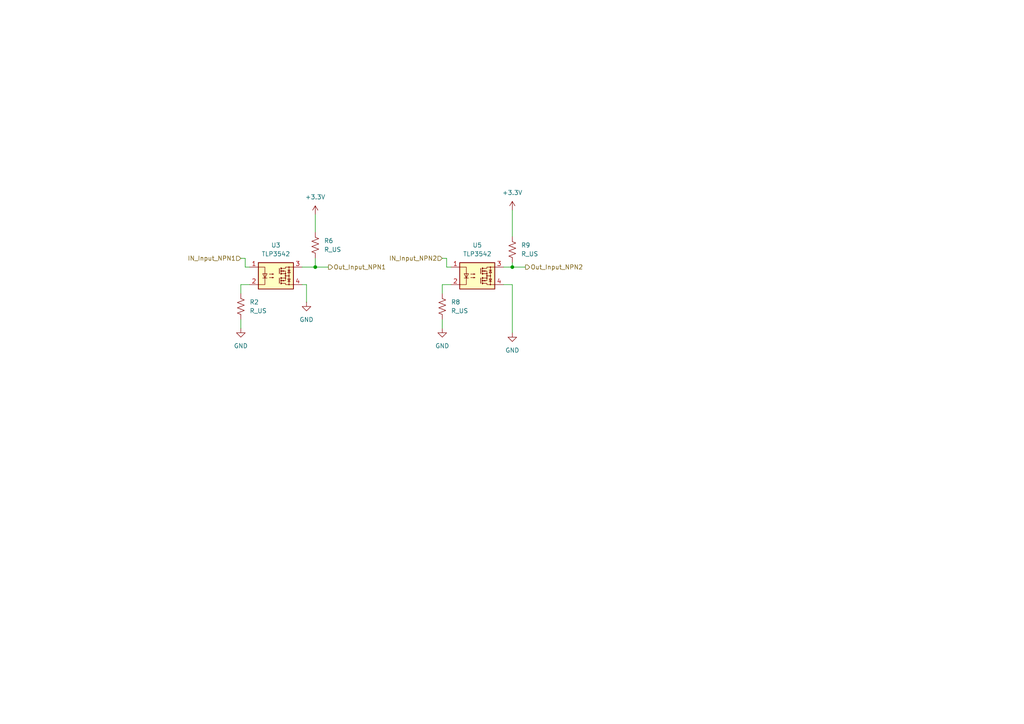
<source format=kicad_sch>
(kicad_sch
	(version 20250114)
	(generator "eeschema")
	(generator_version "9.0")
	(uuid "bb2dc4b7-d94f-44c4-99c4-95bd83d41661")
	(paper "A4")
	(lib_symbols
		(symbol "Device:R_US"
			(pin_numbers
				(hide yes)
			)
			(pin_names
				(offset 0)
			)
			(exclude_from_sim no)
			(in_bom yes)
			(on_board yes)
			(property "Reference" "R"
				(at 2.54 0 90)
				(effects
					(font
						(size 1.27 1.27)
					)
				)
			)
			(property "Value" "R_US"
				(at -2.54 0 90)
				(effects
					(font
						(size 1.27 1.27)
					)
				)
			)
			(property "Footprint" ""
				(at 1.016 -0.254 90)
				(effects
					(font
						(size 1.27 1.27)
					)
					(hide yes)
				)
			)
			(property "Datasheet" "~"
				(at 0 0 0)
				(effects
					(font
						(size 1.27 1.27)
					)
					(hide yes)
				)
			)
			(property "Description" "Resistor, US symbol"
				(at 0 0 0)
				(effects
					(font
						(size 1.27 1.27)
					)
					(hide yes)
				)
			)
			(property "ki_keywords" "R res resistor"
				(at 0 0 0)
				(effects
					(font
						(size 1.27 1.27)
					)
					(hide yes)
				)
			)
			(property "ki_fp_filters" "R_*"
				(at 0 0 0)
				(effects
					(font
						(size 1.27 1.27)
					)
					(hide yes)
				)
			)
			(symbol "R_US_0_1"
				(polyline
					(pts
						(xy 0 2.286) (xy 0 2.54)
					)
					(stroke
						(width 0)
						(type default)
					)
					(fill
						(type none)
					)
				)
				(polyline
					(pts
						(xy 0 2.286) (xy 1.016 1.905) (xy 0 1.524) (xy -1.016 1.143) (xy 0 0.762)
					)
					(stroke
						(width 0)
						(type default)
					)
					(fill
						(type none)
					)
				)
				(polyline
					(pts
						(xy 0 0.762) (xy 1.016 0.381) (xy 0 0) (xy -1.016 -0.381) (xy 0 -0.762)
					)
					(stroke
						(width 0)
						(type default)
					)
					(fill
						(type none)
					)
				)
				(polyline
					(pts
						(xy 0 -0.762) (xy 1.016 -1.143) (xy 0 -1.524) (xy -1.016 -1.905) (xy 0 -2.286)
					)
					(stroke
						(width 0)
						(type default)
					)
					(fill
						(type none)
					)
				)
				(polyline
					(pts
						(xy 0 -2.286) (xy 0 -2.54)
					)
					(stroke
						(width 0)
						(type default)
					)
					(fill
						(type none)
					)
				)
			)
			(symbol "R_US_1_1"
				(pin passive line
					(at 0 3.81 270)
					(length 1.27)
					(name "~"
						(effects
							(font
								(size 1.27 1.27)
							)
						)
					)
					(number "1"
						(effects
							(font
								(size 1.27 1.27)
							)
						)
					)
				)
				(pin passive line
					(at 0 -3.81 90)
					(length 1.27)
					(name "~"
						(effects
							(font
								(size 1.27 1.27)
							)
						)
					)
					(number "2"
						(effects
							(font
								(size 1.27 1.27)
							)
						)
					)
				)
			)
			(embedded_fonts no)
		)
		(symbol "TLP3542_1"
			(exclude_from_sim no)
			(in_bom yes)
			(on_board yes)
			(property "Reference" "U3"
				(at 0 8.89 0)
				(effects
					(font
						(size 1.27 1.27)
					)
				)
			)
			(property "Value" "TLP3542"
				(at 0 6.35 0)
				(effects
					(font
						(size 1.27 1.27)
					)
				)
			)
			(property "Footprint" "Package_SO:SOP-4_3.8x4.1mm_P2.54mm"
				(at 0 -7.62 0)
				(effects
					(font
						(size 1.27 1.27)
					)
					(hide yes)
				)
			)
			(property "Datasheet" "https://toshiba.semicon-storage.com/info/docget.jsp?did=1284&prodName=TLP3542"
				(at 0 0 0)
				(effects
					(font
						(size 1.27 1.27)
					)
					(hide yes)
				)
			)
			(property "Description" "Photo MOSFET optically coupled, ON 4A, 50mohm, OFF state 20V, Isolation 2500 VRMS, DIP-5-6"
				(at 0 0 0)
				(effects
					(font
						(size 1.27 1.27)
					)
					(hide yes)
				)
			)
			(property "ki_keywords" "photocouplers photorelay solidstate relay normally opened (1-Form-A)"
				(at 0 0 0)
				(effects
					(font
						(size 1.27 1.27)
					)
					(hide yes)
				)
			)
			(property "ki_fp_filters" "DIP*W7.62mm*"
				(at 0 0 0)
				(effects
					(font
						(size 1.27 1.27)
					)
					(hide yes)
				)
			)
			(symbol "TLP3542_1_0_1"
				(rectangle
					(start -5.08 3.81)
					(end 5.08 -3.81)
					(stroke
						(width 0.254)
						(type default)
					)
					(fill
						(type background)
					)
				)
				(polyline
					(pts
						(xy -5.08 2.54) (xy -3.175 2.54) (xy -3.175 -2.54) (xy -5.08 -2.54)
					)
					(stroke
						(width 0)
						(type default)
					)
					(fill
						(type none)
					)
				)
				(polyline
					(pts
						(xy -3.81 -0.635) (xy -2.54 -0.635)
					)
					(stroke
						(width 0)
						(type default)
					)
					(fill
						(type none)
					)
				)
				(polyline
					(pts
						(xy -3.175 -0.635) (xy -3.81 0.635) (xy -2.54 0.635) (xy -3.175 -0.635)
					)
					(stroke
						(width 0)
						(type default)
					)
					(fill
						(type none)
					)
				)
				(polyline
					(pts
						(xy -1.905 0.508) (xy -0.635 0.508) (xy -1.016 0.381) (xy -1.016 0.635) (xy -0.635 0.508)
					)
					(stroke
						(width 0)
						(type default)
					)
					(fill
						(type none)
					)
				)
				(polyline
					(pts
						(xy -1.905 -0.508) (xy -0.635 -0.508) (xy -1.016 -0.635) (xy -1.016 -0.381) (xy -0.635 -0.508)
					)
					(stroke
						(width 0)
						(type default)
					)
					(fill
						(type none)
					)
				)
				(polyline
					(pts
						(xy 1.016 2.159) (xy 1.016 0.635)
					)
					(stroke
						(width 0.2032)
						(type default)
					)
					(fill
						(type none)
					)
				)
				(polyline
					(pts
						(xy 1.016 -0.635) (xy 1.016 -2.159)
					)
					(stroke
						(width 0.2032)
						(type default)
					)
					(fill
						(type none)
					)
				)
				(polyline
					(pts
						(xy 1.524 2.286) (xy 1.524 2.032) (xy 1.524 2.032)
					)
					(stroke
						(width 0.3556)
						(type default)
					)
					(fill
						(type none)
					)
				)
				(polyline
					(pts
						(xy 1.524 1.524) (xy 1.524 1.27) (xy 1.524 1.27)
					)
					(stroke
						(width 0.3556)
						(type default)
					)
					(fill
						(type none)
					)
				)
				(polyline
					(pts
						(xy 1.524 0.762) (xy 1.524 0.508) (xy 1.524 0.508)
					)
					(stroke
						(width 0.3556)
						(type default)
					)
					(fill
						(type none)
					)
				)
				(polyline
					(pts
						(xy 1.524 -0.508) (xy 1.524 -0.762)
					)
					(stroke
						(width 0.3556)
						(type default)
					)
					(fill
						(type none)
					)
				)
				(polyline
					(pts
						(xy 1.524 -1.27) (xy 1.524 -1.524) (xy 1.524 -1.524)
					)
					(stroke
						(width 0.3556)
						(type default)
					)
					(fill
						(type none)
					)
				)
				(polyline
					(pts
						(xy 1.524 -2.032) (xy 1.524 -2.286) (xy 1.524 -2.286)
					)
					(stroke
						(width 0.3556)
						(type default)
					)
					(fill
						(type none)
					)
				)
				(polyline
					(pts
						(xy 1.651 2.159) (xy 2.794 2.159) (xy 2.794 2.54) (xy 5.08 2.54)
					)
					(stroke
						(width 0)
						(type default)
					)
					(fill
						(type none)
					)
				)
				(polyline
					(pts
						(xy 1.651 1.397) (xy 2.794 1.397) (xy 2.794 0.635)
					)
					(stroke
						(width 0)
						(type default)
					)
					(fill
						(type none)
					)
				)
				(polyline
					(pts
						(xy 1.651 -0.635) (xy 2.794 -0.635) (xy 2.794 0.635) (xy 1.651 0.635)
					)
					(stroke
						(width 0)
						(type default)
					)
					(fill
						(type none)
					)
				)
				(polyline
					(pts
						(xy 1.651 -1.397) (xy 2.794 -1.397) (xy 2.794 -0.635)
					)
					(stroke
						(width 0)
						(type default)
					)
					(fill
						(type none)
					)
				)
				(polyline
					(pts
						(xy 1.651 -2.159) (xy 2.794 -2.159) (xy 2.794 -2.54) (xy 5.08 -2.54)
					)
					(stroke
						(width 0)
						(type default)
					)
					(fill
						(type none)
					)
				)
				(polyline
					(pts
						(xy 1.778 1.397) (xy 2.286 1.524) (xy 2.286 1.27) (xy 1.778 1.397)
					)
					(stroke
						(width 0)
						(type default)
					)
					(fill
						(type none)
					)
				)
				(polyline
					(pts
						(xy 1.778 -1.397) (xy 2.286 -1.27) (xy 2.286 -1.524) (xy 1.778 -1.397)
					)
					(stroke
						(width 0)
						(type default)
					)
					(fill
						(type none)
					)
				)
				(circle
					(center 2.794 0.635)
					(radius 0.127)
					(stroke
						(width 0)
						(type default)
					)
					(fill
						(type none)
					)
				)
				(polyline
					(pts
						(xy 2.794 0) (xy 3.81 0)
					)
					(stroke
						(width 0)
						(type default)
					)
					(fill
						(type none)
					)
				)
				(circle
					(center 2.794 0)
					(radius 0.127)
					(stroke
						(width 0)
						(type default)
					)
					(fill
						(type none)
					)
				)
				(circle
					(center 2.794 -0.635)
					(radius 0.127)
					(stroke
						(width 0)
						(type default)
					)
					(fill
						(type none)
					)
				)
				(polyline
					(pts
						(xy 3.429 1.651) (xy 4.191 1.651)
					)
					(stroke
						(width 0)
						(type default)
					)
					(fill
						(type none)
					)
				)
				(polyline
					(pts
						(xy 3.429 -1.651) (xy 4.191 -1.651)
					)
					(stroke
						(width 0)
						(type default)
					)
					(fill
						(type none)
					)
				)
				(circle
					(center 3.81 2.54)
					(radius 0.127)
					(stroke
						(width 0)
						(type default)
					)
					(fill
						(type none)
					)
				)
				(polyline
					(pts
						(xy 3.81 1.651) (xy 3.429 0.889) (xy 4.191 0.889) (xy 3.81 1.651)
					)
					(stroke
						(width 0)
						(type default)
					)
					(fill
						(type none)
					)
				)
				(circle
					(center 3.81 0)
					(radius 0.127)
					(stroke
						(width 0)
						(type default)
					)
					(fill
						(type none)
					)
				)
				(polyline
					(pts
						(xy 3.81 -1.651) (xy 3.429 -0.889) (xy 4.191 -0.889) (xy 3.81 -1.651)
					)
					(stroke
						(width 0)
						(type default)
					)
					(fill
						(type none)
					)
				)
				(polyline
					(pts
						(xy 3.81 -2.54) (xy 3.81 2.54)
					)
					(stroke
						(width 0)
						(type default)
					)
					(fill
						(type none)
					)
				)
				(circle
					(center 3.81 -2.54)
					(radius 0.127)
					(stroke
						(width 0)
						(type default)
					)
					(fill
						(type none)
					)
				)
			)
			(symbol "TLP3542_1_1_1"
				(pin passive line
					(at -7.62 2.54 0)
					(length 2.54)
					(name "~"
						(effects
							(font
								(size 1.27 1.27)
							)
						)
					)
					(number "1"
						(effects
							(font
								(size 1.27 1.27)
							)
						)
					)
				)
				(pin passive line
					(at -7.62 -2.54 0)
					(length 2.54)
					(name "~"
						(effects
							(font
								(size 1.27 1.27)
							)
						)
					)
					(number "2"
						(effects
							(font
								(size 1.27 1.27)
							)
						)
					)
				)
				(pin no_connect line
					(at -5.08 0 0)
					(length 2.54)
					(hide yes)
					(name "~"
						(effects
							(font
								(size 1.27 1.27)
							)
						)
					)
					(number "3"
						(effects
							(font
								(size 1.27 1.27)
							)
						)
					)
				)
				(pin passive line
					(at 7.62 2.54 180)
					(length 2.54)
					(name "~"
						(effects
							(font
								(size 1.27 1.27)
							)
						)
					)
					(number "3"
						(effects
							(font
								(size 1.27 1.27)
							)
						)
					)
				)
				(pin passive line
					(at 7.62 -2.54 180)
					(length 2.54)
					(name "~"
						(effects
							(font
								(size 1.27 1.27)
							)
						)
					)
					(number "4"
						(effects
							(font
								(size 1.27 1.27)
							)
						)
					)
				)
			)
			(embedded_fonts no)
		)
		(symbol "TLP3542_2"
			(exclude_from_sim no)
			(in_bom yes)
			(on_board yes)
			(property "Reference" "U3"
				(at 0 8.89 0)
				(effects
					(font
						(size 1.27 1.27)
					)
				)
			)
			(property "Value" "TLP3542"
				(at 0 6.35 0)
				(effects
					(font
						(size 1.27 1.27)
					)
				)
			)
			(property "Footprint" "Package_SO:SOP-4_3.8x4.1mm_P2.54mm"
				(at 0 -7.62 0)
				(effects
					(font
						(size 1.27 1.27)
					)
					(hide yes)
				)
			)
			(property "Datasheet" "https://toshiba.semicon-storage.com/info/docget.jsp?did=1284&prodName=TLP3542"
				(at 0 0 0)
				(effects
					(font
						(size 1.27 1.27)
					)
					(hide yes)
				)
			)
			(property "Description" "Photo MOSFET optically coupled, ON 4A, 50mohm, OFF state 20V, Isolation 2500 VRMS, DIP-5-6"
				(at 0 0 0)
				(effects
					(font
						(size 1.27 1.27)
					)
					(hide yes)
				)
			)
			(property "ki_keywords" "photocouplers photorelay solidstate relay normally opened (1-Form-A)"
				(at 0 0 0)
				(effects
					(font
						(size 1.27 1.27)
					)
					(hide yes)
				)
			)
			(property "ki_fp_filters" "DIP*W7.62mm*"
				(at 0 0 0)
				(effects
					(font
						(size 1.27 1.27)
					)
					(hide yes)
				)
			)
			(symbol "TLP3542_2_0_1"
				(rectangle
					(start -5.08 3.81)
					(end 5.08 -3.81)
					(stroke
						(width 0.254)
						(type default)
					)
					(fill
						(type background)
					)
				)
				(polyline
					(pts
						(xy -5.08 2.54) (xy -3.175 2.54) (xy -3.175 -2.54) (xy -5.08 -2.54)
					)
					(stroke
						(width 0)
						(type default)
					)
					(fill
						(type none)
					)
				)
				(polyline
					(pts
						(xy -3.81 -0.635) (xy -2.54 -0.635)
					)
					(stroke
						(width 0)
						(type default)
					)
					(fill
						(type none)
					)
				)
				(polyline
					(pts
						(xy -3.175 -0.635) (xy -3.81 0.635) (xy -2.54 0.635) (xy -3.175 -0.635)
					)
					(stroke
						(width 0)
						(type default)
					)
					(fill
						(type none)
					)
				)
				(polyline
					(pts
						(xy -1.905 0.508) (xy -0.635 0.508) (xy -1.016 0.381) (xy -1.016 0.635) (xy -0.635 0.508)
					)
					(stroke
						(width 0)
						(type default)
					)
					(fill
						(type none)
					)
				)
				(polyline
					(pts
						(xy -1.905 -0.508) (xy -0.635 -0.508) (xy -1.016 -0.635) (xy -1.016 -0.381) (xy -0.635 -0.508)
					)
					(stroke
						(width 0)
						(type default)
					)
					(fill
						(type none)
					)
				)
				(polyline
					(pts
						(xy 1.016 2.159) (xy 1.016 0.635)
					)
					(stroke
						(width 0.2032)
						(type default)
					)
					(fill
						(type none)
					)
				)
				(polyline
					(pts
						(xy 1.016 -0.635) (xy 1.016 -2.159)
					)
					(stroke
						(width 0.2032)
						(type default)
					)
					(fill
						(type none)
					)
				)
				(polyline
					(pts
						(xy 1.524 2.286) (xy 1.524 2.032) (xy 1.524 2.032)
					)
					(stroke
						(width 0.3556)
						(type default)
					)
					(fill
						(type none)
					)
				)
				(polyline
					(pts
						(xy 1.524 1.524) (xy 1.524 1.27) (xy 1.524 1.27)
					)
					(stroke
						(width 0.3556)
						(type default)
					)
					(fill
						(type none)
					)
				)
				(polyline
					(pts
						(xy 1.524 0.762) (xy 1.524 0.508) (xy 1.524 0.508)
					)
					(stroke
						(width 0.3556)
						(type default)
					)
					(fill
						(type none)
					)
				)
				(polyline
					(pts
						(xy 1.524 -0.508) (xy 1.524 -0.762)
					)
					(stroke
						(width 0.3556)
						(type default)
					)
					(fill
						(type none)
					)
				)
				(polyline
					(pts
						(xy 1.524 -1.27) (xy 1.524 -1.524) (xy 1.524 -1.524)
					)
					(stroke
						(width 0.3556)
						(type default)
					)
					(fill
						(type none)
					)
				)
				(polyline
					(pts
						(xy 1.524 -2.032) (xy 1.524 -2.286) (xy 1.524 -2.286)
					)
					(stroke
						(width 0.3556)
						(type default)
					)
					(fill
						(type none)
					)
				)
				(polyline
					(pts
						(xy 1.651 2.159) (xy 2.794 2.159) (xy 2.794 2.54) (xy 5.08 2.54)
					)
					(stroke
						(width 0)
						(type default)
					)
					(fill
						(type none)
					)
				)
				(polyline
					(pts
						(xy 1.651 1.397) (xy 2.794 1.397) (xy 2.794 0.635)
					)
					(stroke
						(width 0)
						(type default)
					)
					(fill
						(type none)
					)
				)
				(polyline
					(pts
						(xy 1.651 -0.635) (xy 2.794 -0.635) (xy 2.794 0.635) (xy 1.651 0.635)
					)
					(stroke
						(width 0)
						(type default)
					)
					(fill
						(type none)
					)
				)
				(polyline
					(pts
						(xy 1.651 -1.397) (xy 2.794 -1.397) (xy 2.794 -0.635)
					)
					(stroke
						(width 0)
						(type default)
					)
					(fill
						(type none)
					)
				)
				(polyline
					(pts
						(xy 1.651 -2.159) (xy 2.794 -2.159) (xy 2.794 -2.54) (xy 5.08 -2.54)
					)
					(stroke
						(width 0)
						(type default)
					)
					(fill
						(type none)
					)
				)
				(polyline
					(pts
						(xy 1.778 1.397) (xy 2.286 1.524) (xy 2.286 1.27) (xy 1.778 1.397)
					)
					(stroke
						(width 0)
						(type default)
					)
					(fill
						(type none)
					)
				)
				(polyline
					(pts
						(xy 1.778 -1.397) (xy 2.286 -1.27) (xy 2.286 -1.524) (xy 1.778 -1.397)
					)
					(stroke
						(width 0)
						(type default)
					)
					(fill
						(type none)
					)
				)
				(circle
					(center 2.794 0.635)
					(radius 0.127)
					(stroke
						(width 0)
						(type default)
					)
					(fill
						(type none)
					)
				)
				(polyline
					(pts
						(xy 2.794 0) (xy 3.81 0)
					)
					(stroke
						(width 0)
						(type default)
					)
					(fill
						(type none)
					)
				)
				(circle
					(center 2.794 0)
					(radius 0.127)
					(stroke
						(width 0)
						(type default)
					)
					(fill
						(type none)
					)
				)
				(circle
					(center 2.794 -0.635)
					(radius 0.127)
					(stroke
						(width 0)
						(type default)
					)
					(fill
						(type none)
					)
				)
				(polyline
					(pts
						(xy 3.429 1.651) (xy 4.191 1.651)
					)
					(stroke
						(width 0)
						(type default)
					)
					(fill
						(type none)
					)
				)
				(polyline
					(pts
						(xy 3.429 -1.651) (xy 4.191 -1.651)
					)
					(stroke
						(width 0)
						(type default)
					)
					(fill
						(type none)
					)
				)
				(circle
					(center 3.81 2.54)
					(radius 0.127)
					(stroke
						(width 0)
						(type default)
					)
					(fill
						(type none)
					)
				)
				(polyline
					(pts
						(xy 3.81 1.651) (xy 3.429 0.889) (xy 4.191 0.889) (xy 3.81 1.651)
					)
					(stroke
						(width 0)
						(type default)
					)
					(fill
						(type none)
					)
				)
				(circle
					(center 3.81 0)
					(radius 0.127)
					(stroke
						(width 0)
						(type default)
					)
					(fill
						(type none)
					)
				)
				(polyline
					(pts
						(xy 3.81 -1.651) (xy 3.429 -0.889) (xy 4.191 -0.889) (xy 3.81 -1.651)
					)
					(stroke
						(width 0)
						(type default)
					)
					(fill
						(type none)
					)
				)
				(polyline
					(pts
						(xy 3.81 -2.54) (xy 3.81 2.54)
					)
					(stroke
						(width 0)
						(type default)
					)
					(fill
						(type none)
					)
				)
				(circle
					(center 3.81 -2.54)
					(radius 0.127)
					(stroke
						(width 0)
						(type default)
					)
					(fill
						(type none)
					)
				)
			)
			(symbol "TLP3542_2_1_1"
				(pin passive line
					(at -7.62 2.54 0)
					(length 2.54)
					(name "~"
						(effects
							(font
								(size 1.27 1.27)
							)
						)
					)
					(number "1"
						(effects
							(font
								(size 1.27 1.27)
							)
						)
					)
				)
				(pin passive line
					(at -7.62 -2.54 0)
					(length 2.54)
					(name "~"
						(effects
							(font
								(size 1.27 1.27)
							)
						)
					)
					(number "2"
						(effects
							(font
								(size 1.27 1.27)
							)
						)
					)
				)
				(pin no_connect line
					(at -5.08 0 0)
					(length 2.54)
					(hide yes)
					(name "~"
						(effects
							(font
								(size 1.27 1.27)
							)
						)
					)
					(number "3"
						(effects
							(font
								(size 1.27 1.27)
							)
						)
					)
				)
				(pin passive line
					(at 7.62 2.54 180)
					(length 2.54)
					(name "~"
						(effects
							(font
								(size 1.27 1.27)
							)
						)
					)
					(number "3"
						(effects
							(font
								(size 1.27 1.27)
							)
						)
					)
				)
				(pin passive line
					(at 7.62 -2.54 180)
					(length 2.54)
					(name "~"
						(effects
							(font
								(size 1.27 1.27)
							)
						)
					)
					(number "4"
						(effects
							(font
								(size 1.27 1.27)
							)
						)
					)
				)
			)
			(embedded_fonts no)
		)
		(symbol "power:+3.3V"
			(power)
			(pin_numbers
				(hide yes)
			)
			(pin_names
				(offset 0)
				(hide yes)
			)
			(exclude_from_sim no)
			(in_bom yes)
			(on_board yes)
			(property "Reference" "#PWR"
				(at 0 -3.81 0)
				(effects
					(font
						(size 1.27 1.27)
					)
					(hide yes)
				)
			)
			(property "Value" "+3.3V"
				(at 0 3.556 0)
				(effects
					(font
						(size 1.27 1.27)
					)
				)
			)
			(property "Footprint" ""
				(at 0 0 0)
				(effects
					(font
						(size 1.27 1.27)
					)
					(hide yes)
				)
			)
			(property "Datasheet" ""
				(at 0 0 0)
				(effects
					(font
						(size 1.27 1.27)
					)
					(hide yes)
				)
			)
			(property "Description" "Power symbol creates a global label with name \"+3.3V\""
				(at 0 0 0)
				(effects
					(font
						(size 1.27 1.27)
					)
					(hide yes)
				)
			)
			(property "ki_keywords" "global power"
				(at 0 0 0)
				(effects
					(font
						(size 1.27 1.27)
					)
					(hide yes)
				)
			)
			(symbol "+3.3V_0_1"
				(polyline
					(pts
						(xy -0.762 1.27) (xy 0 2.54)
					)
					(stroke
						(width 0)
						(type default)
					)
					(fill
						(type none)
					)
				)
				(polyline
					(pts
						(xy 0 2.54) (xy 0.762 1.27)
					)
					(stroke
						(width 0)
						(type default)
					)
					(fill
						(type none)
					)
				)
				(polyline
					(pts
						(xy 0 0) (xy 0 2.54)
					)
					(stroke
						(width 0)
						(type default)
					)
					(fill
						(type none)
					)
				)
			)
			(symbol "+3.3V_1_1"
				(pin power_in line
					(at 0 0 90)
					(length 0)
					(name "~"
						(effects
							(font
								(size 1.27 1.27)
							)
						)
					)
					(number "1"
						(effects
							(font
								(size 1.27 1.27)
							)
						)
					)
				)
			)
			(embedded_fonts no)
		)
		(symbol "power:GND"
			(power)
			(pin_numbers
				(hide yes)
			)
			(pin_names
				(offset 0)
				(hide yes)
			)
			(exclude_from_sim no)
			(in_bom yes)
			(on_board yes)
			(property "Reference" "#PWR"
				(at 0 -6.35 0)
				(effects
					(font
						(size 1.27 1.27)
					)
					(hide yes)
				)
			)
			(property "Value" "GND"
				(at 0 -3.81 0)
				(effects
					(font
						(size 1.27 1.27)
					)
				)
			)
			(property "Footprint" ""
				(at 0 0 0)
				(effects
					(font
						(size 1.27 1.27)
					)
					(hide yes)
				)
			)
			(property "Datasheet" ""
				(at 0 0 0)
				(effects
					(font
						(size 1.27 1.27)
					)
					(hide yes)
				)
			)
			(property "Description" "Power symbol creates a global label with name \"GND\" , ground"
				(at 0 0 0)
				(effects
					(font
						(size 1.27 1.27)
					)
					(hide yes)
				)
			)
			(property "ki_keywords" "global power"
				(at 0 0 0)
				(effects
					(font
						(size 1.27 1.27)
					)
					(hide yes)
				)
			)
			(symbol "GND_0_1"
				(polyline
					(pts
						(xy 0 0) (xy 0 -1.27) (xy 1.27 -1.27) (xy 0 -2.54) (xy -1.27 -1.27) (xy 0 -1.27)
					)
					(stroke
						(width 0)
						(type default)
					)
					(fill
						(type none)
					)
				)
			)
			(symbol "GND_1_1"
				(pin power_in line
					(at 0 0 270)
					(length 0)
					(name "~"
						(effects
							(font
								(size 1.27 1.27)
							)
						)
					)
					(number "1"
						(effects
							(font
								(size 1.27 1.27)
							)
						)
					)
				)
			)
			(embedded_fonts no)
		)
	)
	(junction
		(at 148.59 77.47)
		(diameter 0)
		(color 0 0 0 0)
		(uuid "06a2dd22-68a3-44f5-bfd8-edf3a211dd78")
	)
	(junction
		(at 91.44 77.47)
		(diameter 0)
		(color 0 0 0 0)
		(uuid "b849fcb5-c2d6-45ec-b474-4ad274161f10")
	)
	(wire
		(pts
			(xy 71.12 74.93) (xy 69.85 74.93)
		)
		(stroke
			(width 0)
			(type default)
		)
		(uuid "102758a7-27ff-4864-bd9f-4ae0a2c1cd49")
	)
	(wire
		(pts
			(xy 69.85 82.55) (xy 69.85 85.09)
		)
		(stroke
			(width 0)
			(type default)
		)
		(uuid "13185c5d-4b4d-49a2-b657-e2e73eacbe07")
	)
	(wire
		(pts
			(xy 71.12 77.47) (xy 72.39 77.47)
		)
		(stroke
			(width 0)
			(type default)
		)
		(uuid "16b10f1d-858b-47dc-91d7-55296b246a88")
	)
	(wire
		(pts
			(xy 130.81 82.55) (xy 128.27 82.55)
		)
		(stroke
			(width 0)
			(type default)
		)
		(uuid "21874ff7-7395-4542-b312-6b76e4d82232")
	)
	(wire
		(pts
			(xy 129.54 77.47) (xy 129.54 74.93)
		)
		(stroke
			(width 0)
			(type default)
		)
		(uuid "32bc9635-8ede-4958-9aca-d9dba23cade2")
	)
	(wire
		(pts
			(xy 88.9 82.55) (xy 88.9 87.63)
		)
		(stroke
			(width 0)
			(type default)
		)
		(uuid "33f72687-848d-4ec0-a514-d95e4dc44f04")
	)
	(wire
		(pts
			(xy 148.59 60.96) (xy 148.59 68.58)
		)
		(stroke
			(width 0)
			(type default)
		)
		(uuid "4689ca71-e578-486a-8786-a38edc296048")
	)
	(wire
		(pts
			(xy 91.44 62.23) (xy 91.44 67.31)
		)
		(stroke
			(width 0)
			(type default)
		)
		(uuid "49441dfb-c895-4483-816f-de9ce25a25d3")
	)
	(wire
		(pts
			(xy 88.9 82.55) (xy 87.63 82.55)
		)
		(stroke
			(width 0)
			(type default)
		)
		(uuid "5153325c-7e32-43ce-838b-9698f184ee0a")
	)
	(wire
		(pts
			(xy 91.44 77.47) (xy 95.25 77.47)
		)
		(stroke
			(width 0)
			(type default)
		)
		(uuid "52bea586-be94-419d-8438-2e552e684f3b")
	)
	(wire
		(pts
			(xy 71.12 77.47) (xy 71.12 74.93)
		)
		(stroke
			(width 0)
			(type default)
		)
		(uuid "5550796b-1ea2-42ba-8a2c-25d1f5c61e8f")
	)
	(wire
		(pts
			(xy 91.44 77.47) (xy 87.63 77.47)
		)
		(stroke
			(width 0)
			(type default)
		)
		(uuid "60a73ac9-d264-4b06-b2f3-bcb74e877340")
	)
	(wire
		(pts
			(xy 72.39 82.55) (xy 69.85 82.55)
		)
		(stroke
			(width 0)
			(type default)
		)
		(uuid "71a1c430-e320-49eb-8327-cc319a9379cb")
	)
	(wire
		(pts
			(xy 148.59 82.55) (xy 146.05 82.55)
		)
		(stroke
			(width 0)
			(type default)
		)
		(uuid "7bd0909e-f388-4e0c-beb5-f65796af69fc")
	)
	(wire
		(pts
			(xy 148.59 77.47) (xy 148.59 76.2)
		)
		(stroke
			(width 0)
			(type default)
		)
		(uuid "8a9645b3-ee4d-49fe-9649-d3e9f66fd95d")
	)
	(wire
		(pts
			(xy 69.85 92.71) (xy 69.85 95.25)
		)
		(stroke
			(width 0)
			(type default)
		)
		(uuid "8f3e18f3-77f3-448f-a597-198e08f0e829")
	)
	(wire
		(pts
			(xy 128.27 82.55) (xy 128.27 85.09)
		)
		(stroke
			(width 0)
			(type default)
		)
		(uuid "9300817b-ee2d-4450-9113-4e883dbbc7ce")
	)
	(wire
		(pts
			(xy 128.27 92.71) (xy 128.27 95.25)
		)
		(stroke
			(width 0)
			(type default)
		)
		(uuid "ba818669-4d5a-460d-b7cc-7ab4f0f41504")
	)
	(wire
		(pts
			(xy 148.59 77.47) (xy 152.4 77.47)
		)
		(stroke
			(width 0)
			(type default)
		)
		(uuid "bfb57008-009a-4925-8a06-9e0cc5e435f2")
	)
	(wire
		(pts
			(xy 146.05 77.47) (xy 148.59 77.47)
		)
		(stroke
			(width 0)
			(type default)
		)
		(uuid "cb3ac6e3-ae1c-486f-aff2-27dc36061c12")
	)
	(wire
		(pts
			(xy 148.59 82.55) (xy 148.59 96.52)
		)
		(stroke
			(width 0)
			(type default)
		)
		(uuid "cfb175c0-840a-4107-9435-9e2760f69c6f")
	)
	(wire
		(pts
			(xy 129.54 74.93) (xy 128.27 74.93)
		)
		(stroke
			(width 0)
			(type default)
		)
		(uuid "cfcaf1dc-8ffa-46fb-a4bf-de02375e78d3")
	)
	(wire
		(pts
			(xy 91.44 74.93) (xy 91.44 77.47)
		)
		(stroke
			(width 0)
			(type default)
		)
		(uuid "d04026e0-54cf-42f7-9bda-9d3548f32584")
	)
	(wire
		(pts
			(xy 129.54 77.47) (xy 130.81 77.47)
		)
		(stroke
			(width 0)
			(type default)
		)
		(uuid "d1c311e3-f36c-4efe-a170-6a19ca055a9b")
	)
	(hierarchical_label "IN_Input_NPN1"
		(shape input)
		(at 69.85 74.93 180)
		(effects
			(font
				(size 1.27 1.27)
			)
			(justify right)
		)
		(uuid "41f4fb3e-e292-4664-b9d0-b37ff94cfec6")
	)
	(hierarchical_label "Out_Input_NPN1"
		(shape output)
		(at 95.25 77.47 0)
		(effects
			(font
				(size 1.27 1.27)
			)
			(justify left)
		)
		(uuid "55b95fc3-1382-4b10-870c-c169f2ea215b")
	)
	(hierarchical_label "Out_Input_NPN2"
		(shape output)
		(at 152.4 77.47 0)
		(effects
			(font
				(size 1.27 1.27)
			)
			(justify left)
		)
		(uuid "891dca57-4614-4c93-8fd6-7a4c07b8eb1e")
	)
	(hierarchical_label "IN_Input_NPN2"
		(shape input)
		(at 128.27 74.93 180)
		(effects
			(font
				(size 1.27 1.27)
			)
			(justify right)
		)
		(uuid "fe4d4366-24c0-4fc1-b599-33eda9e9a404")
	)
	(symbol
		(lib_id "power:GND")
		(at 128.27 95.25 0)
		(unit 1)
		(exclude_from_sim no)
		(in_bom yes)
		(on_board yes)
		(dnp no)
		(fields_autoplaced yes)
		(uuid "2e877132-9c4c-421b-ba92-333bc23eda31")
		(property "Reference" "#PWR024"
			(at 128.27 101.6 0)
			(effects
				(font
					(size 1.27 1.27)
				)
				(hide yes)
			)
		)
		(property "Value" "GND"
			(at 128.27 100.33 0)
			(effects
				(font
					(size 1.27 1.27)
				)
			)
		)
		(property "Footprint" ""
			(at 128.27 95.25 0)
			(effects
				(font
					(size 1.27 1.27)
				)
				(hide yes)
			)
		)
		(property "Datasheet" ""
			(at 128.27 95.25 0)
			(effects
				(font
					(size 1.27 1.27)
				)
				(hide yes)
			)
		)
		(property "Description" "Power symbol creates a global label with name \"GND\" , ground"
			(at 128.27 95.25 0)
			(effects
				(font
					(size 1.27 1.27)
				)
				(hide yes)
			)
		)
		(pin "1"
			(uuid "8272a025-0c4e-47a8-a99f-eb671c4f55f1")
		)
		(instances
			(project "ZorionX-Nivara"
				(path "/ae5c9891-8291-492e-8a61-8ac340267b67/d47eca49-96e4-4138-8979-47bb60019f67/adb5ea1a-f543-41dd-85af-e4ecb7e623bb"
					(reference "#PWR024")
					(unit 1)
				)
			)
		)
	)
	(symbol
		(lib_id "power:+3.3V")
		(at 91.44 62.23 0)
		(unit 1)
		(exclude_from_sim no)
		(in_bom yes)
		(on_board yes)
		(dnp no)
		(fields_autoplaced yes)
		(uuid "2f6b350c-f9db-4289-9dee-a9a6f53d8905")
		(property "Reference" "#PWR022"
			(at 91.44 66.04 0)
			(effects
				(font
					(size 1.27 1.27)
				)
				(hide yes)
			)
		)
		(property "Value" "+3.3V"
			(at 91.44 57.15 0)
			(effects
				(font
					(size 1.27 1.27)
				)
			)
		)
		(property "Footprint" ""
			(at 91.44 62.23 0)
			(effects
				(font
					(size 1.27 1.27)
				)
				(hide yes)
			)
		)
		(property "Datasheet" ""
			(at 91.44 62.23 0)
			(effects
				(font
					(size 1.27 1.27)
				)
				(hide yes)
			)
		)
		(property "Description" "Power symbol creates a global label with name \"+3.3V\""
			(at 91.44 62.23 0)
			(effects
				(font
					(size 1.27 1.27)
				)
				(hide yes)
			)
		)
		(pin "1"
			(uuid "5870e44f-c295-4ab5-b685-0410c417269b")
		)
		(instances
			(project "ZorionX-Nivara_V1.4"
				(path "/ae5c9891-8291-492e-8a61-8ac340267b67/d47eca49-96e4-4138-8979-47bb60019f67/adb5ea1a-f543-41dd-85af-e4ecb7e623bb"
					(reference "#PWR022")
					(unit 1)
				)
			)
		)
	)
	(symbol
		(lib_id "power:+3.3V")
		(at 148.59 60.96 0)
		(unit 1)
		(exclude_from_sim no)
		(in_bom yes)
		(on_board yes)
		(dnp no)
		(fields_autoplaced yes)
		(uuid "6c013210-b4bf-4b42-957d-a2a1797ec498")
		(property "Reference" "#PWR035"
			(at 148.59 64.77 0)
			(effects
				(font
					(size 1.27 1.27)
				)
				(hide yes)
			)
		)
		(property "Value" "+3.3V"
			(at 148.59 55.88 0)
			(effects
				(font
					(size 1.27 1.27)
				)
			)
		)
		(property "Footprint" ""
			(at 148.59 60.96 0)
			(effects
				(font
					(size 1.27 1.27)
				)
				(hide yes)
			)
		)
		(property "Datasheet" ""
			(at 148.59 60.96 0)
			(effects
				(font
					(size 1.27 1.27)
				)
				(hide yes)
			)
		)
		(property "Description" "Power symbol creates a global label with name \"+3.3V\""
			(at 148.59 60.96 0)
			(effects
				(font
					(size 1.27 1.27)
				)
				(hide yes)
			)
		)
		(pin "1"
			(uuid "7e3f5d4b-b4da-4250-a163-f6c31e15b63e")
		)
		(instances
			(project "ZorionX-Nivara_V1.4"
				(path "/ae5c9891-8291-492e-8a61-8ac340267b67/d47eca49-96e4-4138-8979-47bb60019f67/adb5ea1a-f543-41dd-85af-e4ecb7e623bb"
					(reference "#PWR035")
					(unit 1)
				)
			)
		)
	)
	(symbol
		(lib_name "TLP3542_1")
		(lib_id "Relay_SolidState:TLP3542")
		(at 80.01 80.01 0)
		(unit 1)
		(exclude_from_sim no)
		(in_bom yes)
		(on_board yes)
		(dnp no)
		(fields_autoplaced yes)
		(uuid "7978373c-a378-4ec7-94aa-4625240f0bd8")
		(property "Reference" "U3"
			(at 80.01 71.12 0)
			(effects
				(font
					(size 1.27 1.27)
				)
			)
		)
		(property "Value" "TLP3542"
			(at 80.01 73.66 0)
			(effects
				(font
					(size 1.27 1.27)
				)
			)
		)
		(property "Footprint" "Package_SO:SOP-4_3.8x4.1mm_P2.54mm"
			(at 80.01 87.63 0)
			(effects
				(font
					(size 1.27 1.27)
				)
				(hide yes)
			)
		)
		(property "Datasheet" "https://toshiba.semicon-storage.com/info/docget.jsp?did=1284&prodName=TLP3542"
			(at 80.01 80.01 0)
			(effects
				(font
					(size 1.27 1.27)
				)
				(hide yes)
			)
		)
		(property "Description" "Photo MOSFET optically coupled, ON 4A, 50mohm, OFF state 20V, Isolation 2500 VRMS, DIP-5-6"
			(at 80.01 80.01 0)
			(effects
				(font
					(size 1.27 1.27)
				)
				(hide yes)
			)
		)
		(pin "3"
			(uuid "699f43bf-5381-4988-b49b-8a9aadf6094b")
		)
		(pin "2"
			(uuid "e915b237-a1a7-41de-991c-491482f7a9b3")
		)
		(pin "4"
			(uuid "5c643b8f-ae12-4842-ac8b-00d5cf66e5cb")
		)
		(pin "3"
			(uuid "e7cb8835-647d-47ae-8b40-cb83f87003fc")
		)
		(pin "1"
			(uuid "279d0d88-baba-4a75-a07b-e57e37ea4036")
		)
		(instances
			(project "ZorionX-Nivara"
				(path "/ae5c9891-8291-492e-8a61-8ac340267b67/d47eca49-96e4-4138-8979-47bb60019f67/adb5ea1a-f543-41dd-85af-e4ecb7e623bb"
					(reference "U3")
					(unit 1)
				)
			)
		)
	)
	(symbol
		(lib_id "Device:R_US")
		(at 91.44 71.12 0)
		(unit 1)
		(exclude_from_sim no)
		(in_bom yes)
		(on_board yes)
		(dnp no)
		(fields_autoplaced yes)
		(uuid "7bc751a6-95d5-4bee-8f6f-57f36e6535a0")
		(property "Reference" "R6"
			(at 93.98 69.8499 0)
			(effects
				(font
					(size 1.27 1.27)
				)
				(justify left)
			)
		)
		(property "Value" "R_US"
			(at 93.98 72.3899 0)
			(effects
				(font
					(size 1.27 1.27)
				)
				(justify left)
			)
		)
		(property "Footprint" "Resistor_SMD:R_0603_1608Metric"
			(at 92.456 71.374 90)
			(effects
				(font
					(size 1.27 1.27)
				)
				(hide yes)
			)
		)
		(property "Datasheet" "~"
			(at 91.44 71.12 0)
			(effects
				(font
					(size 1.27 1.27)
				)
				(hide yes)
			)
		)
		(property "Description" "Resistor, US symbol"
			(at 91.44 71.12 0)
			(effects
				(font
					(size 1.27 1.27)
				)
				(hide yes)
			)
		)
		(pin "2"
			(uuid "f91920f6-741e-485c-8fff-8e2ecda26b29")
		)
		(pin "1"
			(uuid "37c5aaa0-2997-41f0-98e9-76613d5766d8")
		)
		(instances
			(project "ZorionX-Nivara"
				(path "/ae5c9891-8291-492e-8a61-8ac340267b67/d47eca49-96e4-4138-8979-47bb60019f67/adb5ea1a-f543-41dd-85af-e4ecb7e623bb"
					(reference "R6")
					(unit 1)
				)
			)
		)
	)
	(symbol
		(lib_id "Device:R_US")
		(at 128.27 88.9 0)
		(unit 1)
		(exclude_from_sim no)
		(in_bom yes)
		(on_board yes)
		(dnp no)
		(fields_autoplaced yes)
		(uuid "9ee94c7f-0a2c-4169-9567-6d869f51bc68")
		(property "Reference" "R8"
			(at 130.81 87.6299 0)
			(effects
				(font
					(size 1.27 1.27)
				)
				(justify left)
			)
		)
		(property "Value" "R_US"
			(at 130.81 90.1699 0)
			(effects
				(font
					(size 1.27 1.27)
				)
				(justify left)
			)
		)
		(property "Footprint" "Resistor_SMD:R_0603_1608Metric"
			(at 129.286 89.154 90)
			(effects
				(font
					(size 1.27 1.27)
				)
				(hide yes)
			)
		)
		(property "Datasheet" "~"
			(at 128.27 88.9 0)
			(effects
				(font
					(size 1.27 1.27)
				)
				(hide yes)
			)
		)
		(property "Description" "Resistor, US symbol"
			(at 128.27 88.9 0)
			(effects
				(font
					(size 1.27 1.27)
				)
				(hide yes)
			)
		)
		(pin "2"
			(uuid "5737b8ee-c563-486d-96f8-adcb24356f4c")
		)
		(pin "1"
			(uuid "37e423dc-8979-4d8e-a8f1-fec32deec21f")
		)
		(instances
			(project "ZorionX-Nivara"
				(path "/ae5c9891-8291-492e-8a61-8ac340267b67/d47eca49-96e4-4138-8979-47bb60019f67/adb5ea1a-f543-41dd-85af-e4ecb7e623bb"
					(reference "R8")
					(unit 1)
				)
			)
		)
	)
	(symbol
		(lib_id "power:GND")
		(at 148.59 96.52 0)
		(unit 1)
		(exclude_from_sim no)
		(in_bom yes)
		(on_board yes)
		(dnp no)
		(fields_autoplaced yes)
		(uuid "bc83b2a4-09d8-4494-88a9-c7ad20befa84")
		(property "Reference" "#PWR034"
			(at 148.59 102.87 0)
			(effects
				(font
					(size 1.27 1.27)
				)
				(hide yes)
			)
		)
		(property "Value" "GND"
			(at 148.59 101.6 0)
			(effects
				(font
					(size 1.27 1.27)
				)
			)
		)
		(property "Footprint" ""
			(at 148.59 96.52 0)
			(effects
				(font
					(size 1.27 1.27)
				)
				(hide yes)
			)
		)
		(property "Datasheet" ""
			(at 148.59 96.52 0)
			(effects
				(font
					(size 1.27 1.27)
				)
				(hide yes)
			)
		)
		(property "Description" "Power symbol creates a global label with name \"GND\" , ground"
			(at 148.59 96.52 0)
			(effects
				(font
					(size 1.27 1.27)
				)
				(hide yes)
			)
		)
		(pin "1"
			(uuid "4613f01d-00e8-45b2-95db-b7948e5e86eb")
		)
		(instances
			(project "ZorionX-Nivara"
				(path "/ae5c9891-8291-492e-8a61-8ac340267b67/d47eca49-96e4-4138-8979-47bb60019f67/adb5ea1a-f543-41dd-85af-e4ecb7e623bb"
					(reference "#PWR034")
					(unit 1)
				)
			)
		)
	)
	(symbol
		(lib_id "Device:R_US")
		(at 69.85 88.9 0)
		(unit 1)
		(exclude_from_sim no)
		(in_bom yes)
		(on_board yes)
		(dnp no)
		(fields_autoplaced yes)
		(uuid "d4487542-695c-4067-8ef2-03579a2e2d5f")
		(property "Reference" "R2"
			(at 72.39 87.6299 0)
			(effects
				(font
					(size 1.27 1.27)
				)
				(justify left)
			)
		)
		(property "Value" "R_US"
			(at 72.39 90.1699 0)
			(effects
				(font
					(size 1.27 1.27)
				)
				(justify left)
			)
		)
		(property "Footprint" "Resistor_SMD:R_0603_1608Metric"
			(at 70.866 89.154 90)
			(effects
				(font
					(size 1.27 1.27)
				)
				(hide yes)
			)
		)
		(property "Datasheet" "~"
			(at 69.85 88.9 0)
			(effects
				(font
					(size 1.27 1.27)
				)
				(hide yes)
			)
		)
		(property "Description" "Resistor, US symbol"
			(at 69.85 88.9 0)
			(effects
				(font
					(size 1.27 1.27)
				)
				(hide yes)
			)
		)
		(pin "2"
			(uuid "0c7d35d0-9204-4650-b3a5-56a98bab540a")
		)
		(pin "1"
			(uuid "c72cd9e9-bb05-4a34-8bd1-d7854a529d1a")
		)
		(instances
			(project "ZorionX-Nivara"
				(path "/ae5c9891-8291-492e-8a61-8ac340267b67/d47eca49-96e4-4138-8979-47bb60019f67/adb5ea1a-f543-41dd-85af-e4ecb7e623bb"
					(reference "R2")
					(unit 1)
				)
			)
		)
	)
	(symbol
		(lib_name "TLP3542_2")
		(lib_id "Relay_SolidState:TLP3542")
		(at 138.43 80.01 0)
		(unit 1)
		(exclude_from_sim no)
		(in_bom yes)
		(on_board yes)
		(dnp no)
		(fields_autoplaced yes)
		(uuid "d7ef9d8f-df7a-4c77-a661-0844092a8d9c")
		(property "Reference" "U5"
			(at 138.43 71.12 0)
			(effects
				(font
					(size 1.27 1.27)
				)
			)
		)
		(property "Value" "TLP3542"
			(at 138.43 73.66 0)
			(effects
				(font
					(size 1.27 1.27)
				)
			)
		)
		(property "Footprint" "Package_SO:SOP-4_3.8x4.1mm_P2.54mm"
			(at 138.43 87.63 0)
			(effects
				(font
					(size 1.27 1.27)
				)
				(hide yes)
			)
		)
		(property "Datasheet" "https://toshiba.semicon-storage.com/info/docget.jsp?did=1284&prodName=TLP3542"
			(at 138.43 80.01 0)
			(effects
				(font
					(size 1.27 1.27)
				)
				(hide yes)
			)
		)
		(property "Description" "Photo MOSFET optically coupled, ON 4A, 50mohm, OFF state 20V, Isolation 2500 VRMS, DIP-5-6"
			(at 138.43 80.01 0)
			(effects
				(font
					(size 1.27 1.27)
				)
				(hide yes)
			)
		)
		(pin "3"
			(uuid "a8e309b6-ce7e-4c66-8137-d26dfd8ab1f7")
		)
		(pin "2"
			(uuid "59420087-c843-4d0d-8a54-6c908c7b473c")
		)
		(pin "4"
			(uuid "140d4966-2c54-445c-8854-48aa661bb136")
		)
		(pin "3"
			(uuid "de1eb664-b2f7-4cdd-a070-b6336e42b6e5")
		)
		(pin "1"
			(uuid "d6b305b6-244e-4792-975d-42617c5f09ad")
		)
		(instances
			(project "ZorionX-Nivara_V1.4"
				(path "/ae5c9891-8291-492e-8a61-8ac340267b67/d47eca49-96e4-4138-8979-47bb60019f67/adb5ea1a-f543-41dd-85af-e4ecb7e623bb"
					(reference "U5")
					(unit 1)
				)
			)
		)
	)
	(symbol
		(lib_id "power:GND")
		(at 88.9 87.63 0)
		(unit 1)
		(exclude_from_sim no)
		(in_bom yes)
		(on_board yes)
		(dnp no)
		(fields_autoplaced yes)
		(uuid "efda1be3-243a-4857-a323-4c00a64414e6")
		(property "Reference" "#PWR020"
			(at 88.9 93.98 0)
			(effects
				(font
					(size 1.27 1.27)
				)
				(hide yes)
			)
		)
		(property "Value" "GND"
			(at 88.9 92.71 0)
			(effects
				(font
					(size 1.27 1.27)
				)
			)
		)
		(property "Footprint" ""
			(at 88.9 87.63 0)
			(effects
				(font
					(size 1.27 1.27)
				)
				(hide yes)
			)
		)
		(property "Datasheet" ""
			(at 88.9 87.63 0)
			(effects
				(font
					(size 1.27 1.27)
				)
				(hide yes)
			)
		)
		(property "Description" "Power symbol creates a global label with name \"GND\" , ground"
			(at 88.9 87.63 0)
			(effects
				(font
					(size 1.27 1.27)
				)
				(hide yes)
			)
		)
		(pin "1"
			(uuid "e758a234-634f-4c80-9ab6-d9e56977d3b0")
		)
		(instances
			(project "ZorionX-Nivara"
				(path "/ae5c9891-8291-492e-8a61-8ac340267b67/d47eca49-96e4-4138-8979-47bb60019f67/adb5ea1a-f543-41dd-85af-e4ecb7e623bb"
					(reference "#PWR020")
					(unit 1)
				)
			)
		)
	)
	(symbol
		(lib_id "power:GND")
		(at 69.85 95.25 0)
		(unit 1)
		(exclude_from_sim no)
		(in_bom yes)
		(on_board yes)
		(dnp no)
		(fields_autoplaced yes)
		(uuid "f0ec4c86-dbd6-4ca1-bfaa-80d48eca512a")
		(property "Reference" "#PWR018"
			(at 69.85 101.6 0)
			(effects
				(font
					(size 1.27 1.27)
				)
				(hide yes)
			)
		)
		(property "Value" "GND"
			(at 69.85 100.33 0)
			(effects
				(font
					(size 1.27 1.27)
				)
			)
		)
		(property "Footprint" ""
			(at 69.85 95.25 0)
			(effects
				(font
					(size 1.27 1.27)
				)
				(hide yes)
			)
		)
		(property "Datasheet" ""
			(at 69.85 95.25 0)
			(effects
				(font
					(size 1.27 1.27)
				)
				(hide yes)
			)
		)
		(property "Description" "Power symbol creates a global label with name \"GND\" , ground"
			(at 69.85 95.25 0)
			(effects
				(font
					(size 1.27 1.27)
				)
				(hide yes)
			)
		)
		(pin "1"
			(uuid "3d1a6e65-5c90-443a-94d0-e7fdd8a5339d")
		)
		(instances
			(project "ZorionX-Nivara"
				(path "/ae5c9891-8291-492e-8a61-8ac340267b67/d47eca49-96e4-4138-8979-47bb60019f67/adb5ea1a-f543-41dd-85af-e4ecb7e623bb"
					(reference "#PWR018")
					(unit 1)
				)
			)
		)
	)
	(symbol
		(lib_id "Device:R_US")
		(at 148.59 72.39 0)
		(unit 1)
		(exclude_from_sim no)
		(in_bom yes)
		(on_board yes)
		(dnp no)
		(fields_autoplaced yes)
		(uuid "fdad41b5-c22e-407b-a53d-ba6ee19a8d8f")
		(property "Reference" "R9"
			(at 151.13 71.1199 0)
			(effects
				(font
					(size 1.27 1.27)
				)
				(justify left)
			)
		)
		(property "Value" "R_US"
			(at 151.13 73.6599 0)
			(effects
				(font
					(size 1.27 1.27)
				)
				(justify left)
			)
		)
		(property "Footprint" "Resistor_SMD:R_0603_1608Metric"
			(at 149.606 72.644 90)
			(effects
				(font
					(size 1.27 1.27)
				)
				(hide yes)
			)
		)
		(property "Datasheet" "~"
			(at 148.59 72.39 0)
			(effects
				(font
					(size 1.27 1.27)
				)
				(hide yes)
			)
		)
		(property "Description" "Resistor, US symbol"
			(at 148.59 72.39 0)
			(effects
				(font
					(size 1.27 1.27)
				)
				(hide yes)
			)
		)
		(pin "2"
			(uuid "bc4dd379-ea53-46c1-b329-dcd4d4358df1")
		)
		(pin "1"
			(uuid "c217fcfb-df76-4f3d-b9d6-5047c2daa6ce")
		)
		(instances
			(project "ZorionX-Nivara"
				(path "/ae5c9891-8291-492e-8a61-8ac340267b67/d47eca49-96e4-4138-8979-47bb60019f67/adb5ea1a-f543-41dd-85af-e4ecb7e623bb"
					(reference "R9")
					(unit 1)
				)
			)
		)
	)
)

</source>
